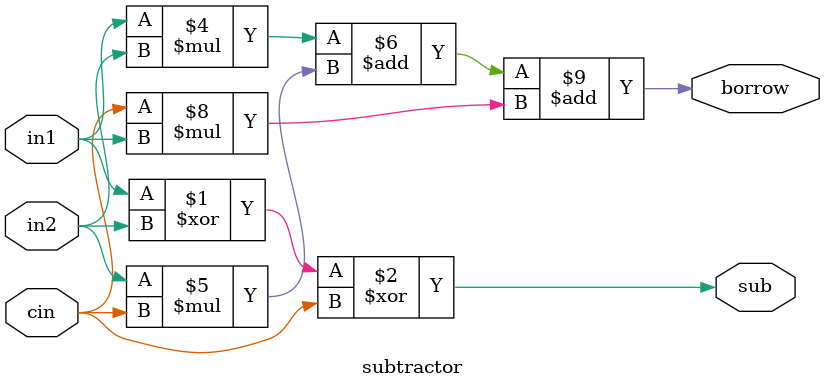
<source format=v>


module subtractor (in1,in2,cin,sub,borrow );
input in1,in2,cin;
output sub,borrow;
assign sub=in1^in2^cin;
assign borrow=((-in1)*in2)+(in2*cin)+(cin*(-in1));

endmodule

</source>
